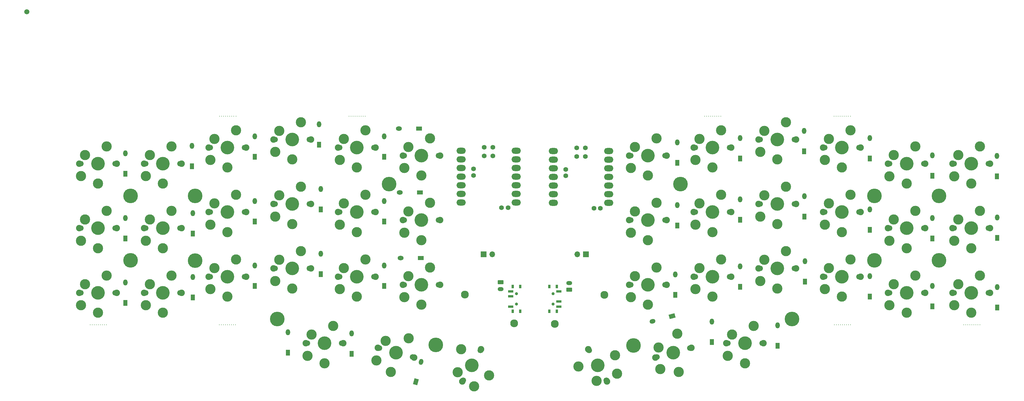
<source format=gts>
G04 #@! TF.GenerationSoftware,KiCad,Pcbnew,(7.0.0-0)*
G04 #@! TF.CreationDate,2023-03-11T20:23:52-05:00*
G04 #@! TF.ProjectId,corne-ultralight,636f726e-652d-4756-9c74-72616c696768,2.0*
G04 #@! TF.SameCoordinates,Original*
G04 #@! TF.FileFunction,Soldermask,Top*
G04 #@! TF.FilePolarity,Negative*
%FSLAX46Y46*%
G04 Gerber Fmt 4.6, Leading zero omitted, Abs format (unit mm)*
G04 Created by KiCad (PCBNEW (7.0.0-0)) date 2023-03-11 20:23:52*
%MOMM*%
%LPD*%
G01*
G04 APERTURE LIST*
G04 Aperture macros list*
%AMRoundRect*
0 Rectangle with rounded corners*
0 $1 Rounding radius*
0 $2 $3 $4 $5 $6 $7 $8 $9 X,Y pos of 4 corners*
0 Add a 4 corners polygon primitive as box body*
4,1,4,$2,$3,$4,$5,$6,$7,$8,$9,$2,$3,0*
0 Add four circle primitives for the rounded corners*
1,1,$1+$1,$2,$3*
1,1,$1+$1,$4,$5*
1,1,$1+$1,$6,$7*
1,1,$1+$1,$8,$9*
0 Add four rect primitives between the rounded corners*
20,1,$1+$1,$2,$3,$4,$5,0*
20,1,$1+$1,$4,$5,$6,$7,0*
20,1,$1+$1,$6,$7,$8,$9,0*
20,1,$1+$1,$8,$9,$2,$3,0*%
%AMHorizOval*
0 Thick line with rounded ends*
0 $1 width*
0 $2 $3 position (X,Y) of the first rounded end (center of the circle)*
0 $4 $5 position (X,Y) of the second rounded end (center of the circle)*
0 Add line between two ends*
20,1,$1,$2,$3,$4,$5,0*
0 Add two circle primitives to create the rounded ends*
1,1,$1,$2,$3*
1,1,$1,$4,$5*%
%AMRotRect*
0 Rectangle, with rotation*
0 The origin of the aperture is its center*
0 $1 length*
0 $2 width*
0 $3 Rotation angle, in degrees counterclockwise*
0 Add horizontal line*
21,1,$1,$2,0,0,$3*%
G04 Aperture macros list end*
%ADD10C,1.900000*%
%ADD11C,1.700000*%
%ADD12C,3.000000*%
%ADD13C,4.000000*%
%ADD14C,0.100000*%
%ADD15C,2.300000*%
%ADD16C,0.300000*%
%ADD17R,0.800000X1.000000*%
%ADD18C,0.900000*%
%ADD19R,1.500000X0.700000*%
%ADD20O,2.750000X1.800000*%
%ADD21C,1.397000*%
%ADD22C,1.500000*%
%ADD23RoundRect,0.250000X0.625000X-0.350000X0.625000X0.350000X-0.625000X0.350000X-0.625000X-0.350000X0*%
%ADD24O,1.750000X1.200000*%
%ADD25R,1.700000X1.700000*%
%ADD26O,1.700000X1.700000*%
%ADD27RoundRect,0.250000X-0.625000X0.350000X-0.625000X-0.350000X0.625000X-0.350000X0.625000X0.350000X0*%
%ADD28R,1.300000X1.778000*%
%ADD29O,1.300000X1.778000*%
%ADD30RotRect,1.778000X1.300000X195.000000*%
%ADD31HorizOval,1.300000X-0.230856X-0.061858X0.230856X0.061858X0*%
%ADD32RotRect,1.778000X1.300000X75.000000*%
%ADD33HorizOval,1.300000X0.061858X0.230856X-0.061858X-0.230856X0*%
%ADD34R,1.778000X1.300000*%
%ADD35O,1.778000X1.300000*%
%ADD36C,4.300000*%
G04 APERTURE END LIST*
D10*
X273184847Y-45920432D03*
D11*
X273604847Y-45920432D03*
D12*
X273684847Y-49620432D03*
X274874847Y-43380432D03*
D13*
X278684847Y-45920432D03*
D12*
X278684847Y-51820432D03*
X281224847Y-40840432D03*
D11*
X283764847Y-45920432D03*
D10*
X284184847Y-45920432D03*
X254184847Y-45920432D03*
D11*
X254604847Y-45920432D03*
D12*
X254684847Y-49620432D03*
X255874847Y-43380432D03*
D13*
X259684847Y-45920432D03*
D12*
X259684847Y-51820432D03*
X262224847Y-40840432D03*
D11*
X264764847Y-45920432D03*
D10*
X265184847Y-45920432D03*
X235184847Y-41170432D03*
D11*
X235604847Y-41170432D03*
D12*
X235684847Y-44870432D03*
X236874847Y-38630432D03*
D13*
X240684847Y-41170432D03*
D12*
X240684847Y-47070432D03*
X243224847Y-36090432D03*
D11*
X245764847Y-41170432D03*
D10*
X246184847Y-41170432D03*
X216184847Y-38795432D03*
D11*
X216604847Y-38795432D03*
D12*
X216684847Y-42495432D03*
X217874847Y-36255432D03*
D13*
X221684847Y-38795432D03*
D12*
X221684847Y-44695432D03*
X224224847Y-33715432D03*
D11*
X226764847Y-38795432D03*
D10*
X227184847Y-38795432D03*
X197184847Y-41170432D03*
D11*
X197604847Y-41170432D03*
D12*
X197684847Y-44870432D03*
X198874847Y-38630432D03*
D13*
X202684847Y-41170432D03*
D12*
X202684847Y-47070432D03*
X205224847Y-36090432D03*
D11*
X207764847Y-41170432D03*
D10*
X208184847Y-41170432D03*
X178184847Y-43545432D03*
D11*
X178604847Y-43545432D03*
D12*
X178684847Y-47245432D03*
X179874847Y-41005432D03*
D13*
X183684847Y-43545432D03*
D12*
X183684847Y-49445432D03*
X186224847Y-38465432D03*
D11*
X188764847Y-43545432D03*
D10*
X189184847Y-43545432D03*
X273184847Y-64920432D03*
D11*
X273604847Y-64920432D03*
D12*
X273684847Y-68620432D03*
X274874847Y-62380432D03*
D13*
X278684847Y-64920432D03*
D12*
X278684847Y-70820432D03*
X281224847Y-59840432D03*
D11*
X283764847Y-64920432D03*
D10*
X284184847Y-64920432D03*
X254184847Y-64920432D03*
D11*
X254604847Y-64920432D03*
D12*
X254684847Y-68620432D03*
X255874847Y-62380432D03*
D13*
X259684847Y-64920432D03*
D12*
X259684847Y-70820432D03*
X262224847Y-59840432D03*
D11*
X264764847Y-64920432D03*
D10*
X265184847Y-64920432D03*
X235184847Y-60170432D03*
D11*
X235604847Y-60170432D03*
D12*
X235684847Y-63870432D03*
X236874847Y-57630432D03*
D13*
X240684847Y-60170432D03*
D12*
X240684847Y-66070432D03*
X243224847Y-55090432D03*
D11*
X245764847Y-60170432D03*
D10*
X246184847Y-60170432D03*
X216184847Y-57795432D03*
D11*
X216604847Y-57795432D03*
D12*
X216684847Y-61495432D03*
X217874847Y-55255432D03*
D13*
X221684847Y-57795432D03*
D12*
X221684847Y-63695432D03*
X224224847Y-52715432D03*
D11*
X226764847Y-57795432D03*
D10*
X227184847Y-57795432D03*
X197184847Y-60170432D03*
D11*
X197604847Y-60170432D03*
D12*
X197684847Y-63870432D03*
X198874847Y-57630432D03*
D13*
X202684847Y-60170432D03*
D12*
X202684847Y-66070432D03*
X205224847Y-55090432D03*
D11*
X207764847Y-60170432D03*
D10*
X208184847Y-60170432D03*
X178184847Y-62545432D03*
D11*
X178604847Y-62545432D03*
D12*
X178684847Y-66245432D03*
X179874847Y-60005432D03*
D13*
X183684847Y-62545432D03*
D12*
X183684847Y-68445432D03*
X186224847Y-57465432D03*
D11*
X188764847Y-62545432D03*
D10*
X189184847Y-62545432D03*
X273184847Y-83920432D03*
D11*
X273604847Y-83920432D03*
D12*
X273684847Y-87620432D03*
X274874847Y-81380432D03*
D13*
X278684847Y-83920432D03*
D12*
X278684847Y-89820432D03*
X281224847Y-78840432D03*
D11*
X283764847Y-83920432D03*
D10*
X284184847Y-83920432D03*
X254184847Y-83920432D03*
D11*
X254604847Y-83920432D03*
D12*
X254684847Y-87620432D03*
X255874847Y-81380432D03*
D13*
X259684847Y-83920432D03*
D12*
X259684847Y-89820432D03*
X262224847Y-78840432D03*
D11*
X264764847Y-83920432D03*
D10*
X265184847Y-83920432D03*
X235184847Y-79170432D03*
D11*
X235604847Y-79170432D03*
D12*
X235684847Y-82870432D03*
X236874847Y-76630432D03*
D13*
X240684847Y-79170432D03*
D12*
X240684847Y-85070432D03*
X243224847Y-74090432D03*
D11*
X245764847Y-79170432D03*
D10*
X246184847Y-79170432D03*
X216184847Y-76795432D03*
D11*
X216604847Y-76795432D03*
D12*
X216684847Y-80495432D03*
X217874847Y-74255432D03*
D13*
X221684847Y-76795432D03*
D12*
X221684847Y-82695432D03*
X224224847Y-71715432D03*
D11*
X226764847Y-76795432D03*
D10*
X227184847Y-76795432D03*
X197184847Y-79170432D03*
D11*
X197604847Y-79170432D03*
D12*
X197684847Y-82870432D03*
X198874847Y-76630432D03*
D13*
X202684847Y-79170432D03*
D12*
X202684847Y-85070432D03*
X205224847Y-74090432D03*
D11*
X207764847Y-79170432D03*
D10*
X208184847Y-79170432D03*
X206684847Y-98795432D03*
D11*
X207104847Y-98795432D03*
D12*
X207184847Y-102495432D03*
X208374847Y-96255432D03*
D13*
X212184847Y-98795432D03*
D12*
X212184847Y-104695432D03*
X214724847Y-93715432D03*
D11*
X217264847Y-98795432D03*
D10*
X217684847Y-98795432D03*
X185872255Y-102968937D03*
D11*
X186277944Y-102860233D03*
D12*
X187312848Y-106413453D03*
X186847269Y-100078081D03*
D13*
X191184847Y-101545432D03*
D12*
X192711879Y-107244394D03*
X192323498Y-95981128D03*
D11*
X196091750Y-100230631D03*
D10*
X196497439Y-100121927D03*
X178184847Y-81545432D03*
D11*
X178604847Y-81545432D03*
D12*
X178684847Y-85245432D03*
X179874847Y-79005432D03*
D13*
X183684847Y-81545432D03*
D12*
X183684847Y-87445432D03*
X186224847Y-76465432D03*
D11*
X188764847Y-81545432D03*
D10*
X189184847Y-81545432D03*
X111687500Y-43545000D03*
D11*
X112107500Y-43545000D03*
D12*
X112187500Y-47245000D03*
X113377500Y-41005000D03*
D13*
X117187500Y-43545000D03*
D12*
X117187500Y-49445000D03*
X119727500Y-38465000D03*
D11*
X122267500Y-43545000D03*
D10*
X122687500Y-43545000D03*
X92687500Y-41170000D03*
D11*
X93107500Y-41170000D03*
D12*
X93187500Y-44870000D03*
X94377500Y-38630000D03*
D13*
X98187500Y-41170000D03*
D12*
X98187500Y-47070000D03*
X100727500Y-36090000D03*
D11*
X103267500Y-41170000D03*
D10*
X103687500Y-41170000D03*
X73687500Y-38795000D03*
D11*
X74107500Y-38795000D03*
D12*
X74187500Y-42495000D03*
X75377500Y-36255000D03*
D13*
X79187500Y-38795000D03*
D12*
X79187500Y-44695000D03*
X81727500Y-33715000D03*
D11*
X84267500Y-38795000D03*
D10*
X84687500Y-38795000D03*
X54687500Y-41170000D03*
D11*
X55107500Y-41170000D03*
D12*
X55187500Y-44870000D03*
X56377500Y-38630000D03*
D13*
X60187500Y-41170000D03*
D12*
X60187500Y-47070000D03*
X62727500Y-36090000D03*
D11*
X65267500Y-41170000D03*
D10*
X65687500Y-41170000D03*
X35687500Y-45920000D03*
D11*
X36107500Y-45920000D03*
D12*
X36187500Y-49620000D03*
X37377500Y-43380000D03*
D13*
X41187500Y-45920000D03*
D12*
X41187500Y-51820000D03*
X43727500Y-40840000D03*
D11*
X46267500Y-45920000D03*
D10*
X46687500Y-45920000D03*
X111687500Y-81545000D03*
D11*
X112107500Y-81545000D03*
D12*
X112187500Y-85245000D03*
X113377500Y-79005000D03*
D13*
X117187500Y-81545000D03*
D12*
X117187500Y-87445000D03*
X119727500Y-76465000D03*
D11*
X122267500Y-81545000D03*
D10*
X122687500Y-81545000D03*
D12*
X128808091Y-100555295D03*
D14*
X127790654Y-107317547D03*
D12*
X127832795Y-107324557D03*
D10*
X134687500Y-100531860D03*
D11*
X134477500Y-100895591D03*
D13*
X131937500Y-105295000D03*
D11*
X129397500Y-109694409D03*
D10*
X129187500Y-110058140D03*
D12*
X132641794Y-111475127D03*
X137047050Y-108245000D03*
D10*
X16687500Y-83920000D03*
D11*
X17107500Y-83920000D03*
D12*
X17187500Y-87620000D03*
X18377500Y-81380000D03*
D13*
X22187500Y-83920000D03*
D12*
X22187500Y-89820000D03*
X24727500Y-78840000D03*
D11*
X27267500Y-83920000D03*
D10*
X27687500Y-83920000D03*
X104374908Y-100121495D03*
D11*
X104780597Y-100230199D03*
D12*
X103900240Y-103824830D03*
X106664723Y-98105448D03*
D13*
X109687500Y-101545000D03*
D12*
X108160468Y-107243962D03*
X113455752Y-97295497D03*
D11*
X114594403Y-102859801D03*
D10*
X115000092Y-102968505D03*
X83187500Y-98795000D03*
D11*
X83607500Y-98795000D03*
D12*
X83687500Y-102495000D03*
X84877500Y-96255000D03*
D13*
X88687500Y-98795000D03*
D12*
X88687500Y-104695000D03*
X91227500Y-93715000D03*
D11*
X93767500Y-98795000D03*
D10*
X94187500Y-98795000D03*
X92687500Y-79170000D03*
D11*
X93107500Y-79170000D03*
D12*
X93187500Y-82870000D03*
X94377500Y-76630000D03*
D13*
X98187500Y-79170000D03*
D12*
X98187500Y-85070000D03*
X100727500Y-74090000D03*
D11*
X103267500Y-79170000D03*
D10*
X103687500Y-79170000D03*
X73687500Y-76795000D03*
D11*
X74107500Y-76795000D03*
D12*
X74187500Y-80495000D03*
X75377500Y-74255000D03*
D13*
X79187500Y-76795000D03*
D12*
X79187500Y-82695000D03*
X81727500Y-71715000D03*
D11*
X84267500Y-76795000D03*
D10*
X84687500Y-76795000D03*
X54687500Y-79170000D03*
D11*
X55107500Y-79170000D03*
D12*
X55187500Y-82870000D03*
X56377500Y-76630000D03*
D13*
X60187500Y-79170000D03*
D12*
X60187500Y-85070000D03*
X62727500Y-74090000D03*
D11*
X65267500Y-79170000D03*
D10*
X65687500Y-79170000D03*
X35687500Y-83920000D03*
D11*
X36107500Y-83920000D03*
D12*
X36187500Y-87620000D03*
X37377500Y-81380000D03*
D13*
X41187500Y-83920000D03*
D12*
X41187500Y-89820000D03*
X43727500Y-78840000D03*
D11*
X46267500Y-83920000D03*
D10*
X46687500Y-83920000D03*
X111687500Y-62545000D03*
D11*
X112107500Y-62545000D03*
D12*
X112187500Y-66245000D03*
X113377500Y-60005000D03*
D13*
X117187500Y-62545000D03*
D12*
X117187500Y-68445000D03*
X119727500Y-57465000D03*
D11*
X122267500Y-62545000D03*
D10*
X122687500Y-62545000D03*
X92687500Y-60170000D03*
D11*
X93107500Y-60170000D03*
D12*
X93187500Y-63870000D03*
X94377500Y-57630000D03*
D13*
X98187500Y-60170000D03*
D12*
X98187500Y-66070000D03*
X100727500Y-55090000D03*
D11*
X103267500Y-60170000D03*
D10*
X103687500Y-60170000D03*
X73687500Y-57795000D03*
D11*
X74107500Y-57795000D03*
D12*
X74187500Y-61495000D03*
X75377500Y-55255000D03*
D13*
X79187500Y-57795000D03*
D12*
X79187500Y-63695000D03*
X81727500Y-52715000D03*
D11*
X84267500Y-57795000D03*
D10*
X84687500Y-57795000D03*
X54687500Y-60170000D03*
D11*
X55107500Y-60170000D03*
D12*
X55187500Y-63870000D03*
X56377500Y-57630000D03*
D13*
X60187500Y-60170000D03*
D12*
X60187500Y-66070000D03*
X62727500Y-55090000D03*
D11*
X65267500Y-60170000D03*
D10*
X65687500Y-60170000D03*
X35687500Y-64920000D03*
D11*
X36107500Y-64920000D03*
D12*
X36187500Y-68620000D03*
X37377500Y-62380000D03*
D13*
X41187500Y-64920000D03*
D12*
X41187500Y-70820000D03*
X43727500Y-59840000D03*
D11*
X46267500Y-64920000D03*
D10*
X46687500Y-64920000D03*
X16687500Y-64920000D03*
D11*
X17107500Y-64920000D03*
D12*
X17187500Y-68620000D03*
X18377500Y-62380000D03*
D13*
X22187500Y-64920000D03*
D12*
X22187500Y-70820000D03*
X24727500Y-59840000D03*
D11*
X27267500Y-64920000D03*
D10*
X27687500Y-64920000D03*
X16687500Y-45920000D03*
D11*
X17107500Y-45920000D03*
D12*
X17187500Y-49620000D03*
X18377500Y-43380000D03*
D13*
X22187500Y-45920000D03*
D12*
X22187500Y-51820000D03*
X24727500Y-40840000D03*
D11*
X27267500Y-45920000D03*
D10*
X27687500Y-45920000D03*
D15*
X156330847Y-93085432D03*
X170889847Y-84542432D03*
D12*
X163265438Y-105635727D03*
D14*
X168613001Y-109897979D03*
D12*
X168640142Y-109864989D03*
D10*
X166184847Y-100532292D03*
D11*
X166394847Y-100896023D03*
D13*
X168934847Y-105295432D03*
D11*
X171474847Y-109694841D03*
D10*
X171684847Y-110058572D03*
D12*
X174639141Y-107775559D03*
X174044397Y-102345432D03*
D16*
X19821250Y-93380000D03*
X20415000Y-93380000D03*
X21008750Y-93380000D03*
X21602500Y-93380000D03*
X22196250Y-93380000D03*
X22790000Y-93380000D03*
X23383750Y-93380000D03*
X23977500Y-93380000D03*
X24571250Y-93380000D03*
X57809500Y-93380000D03*
X58403250Y-93380000D03*
X58997000Y-93380000D03*
X59590750Y-93380000D03*
X60184500Y-93380000D03*
X60778250Y-93380000D03*
X61372000Y-93380000D03*
X61965750Y-93380000D03*
X62559500Y-93380000D03*
X57912500Y-31970000D03*
X58506250Y-31970000D03*
X59100000Y-31970000D03*
X59693750Y-31970000D03*
X60287500Y-31970000D03*
X60881250Y-31970000D03*
X61475000Y-31970000D03*
X62068750Y-31970000D03*
X62662500Y-31970000D03*
X95882500Y-31970000D03*
X96476250Y-31970000D03*
X97070000Y-31970000D03*
X97663750Y-31970000D03*
X98257500Y-31970000D03*
X98851250Y-31970000D03*
X99445000Y-31970000D03*
X100038750Y-31970000D03*
X100632500Y-31970000D03*
X200402500Y-31980000D03*
X200996250Y-31980000D03*
X201590000Y-31980000D03*
X202183750Y-31980000D03*
X202777500Y-31980000D03*
X203371250Y-31980000D03*
X203965000Y-31980000D03*
X204558750Y-31980000D03*
X205152500Y-31980000D03*
X238422500Y-31970000D03*
X239016250Y-31970000D03*
X239610000Y-31970000D03*
X240203750Y-31970000D03*
X240797500Y-31970000D03*
X241391250Y-31970000D03*
X241985000Y-31970000D03*
X242578750Y-31970000D03*
X243172500Y-31970000D03*
X276452500Y-93390000D03*
X277046250Y-93390000D03*
X277640000Y-93390000D03*
X278233750Y-93390000D03*
X278827500Y-93390000D03*
X279421250Y-93390000D03*
X280015000Y-93390000D03*
X280608750Y-93390000D03*
X281202500Y-93390000D03*
X238452500Y-93390000D03*
X239046250Y-93390000D03*
X239640000Y-93390000D03*
X240233750Y-93390000D03*
X240827500Y-93390000D03*
X241421250Y-93390000D03*
X242015000Y-93390000D03*
X242608750Y-93390000D03*
X243202500Y-93390000D03*
D17*
X156912499Y-82094999D03*
X154702499Y-82094999D03*
D18*
X155802500Y-84245000D03*
X155802500Y-87245000D03*
D17*
X156912499Y-89394999D03*
X154702499Y-89394999D03*
D19*
X157562499Y-83494999D03*
X157562499Y-86494999D03*
X157562499Y-87994999D03*
D20*
X128798899Y-42085399D03*
X128798899Y-44625399D03*
X128798899Y-47165399D03*
X128798899Y-49705399D03*
X128798899Y-52245399D03*
X128798899Y-54785399D03*
X128798899Y-57325399D03*
X144988899Y-57325399D03*
X144988899Y-54785399D03*
X144988899Y-52245399D03*
X144988899Y-49705399D03*
X144988899Y-47165399D03*
X144988899Y-44625399D03*
X144988899Y-42085399D03*
D21*
X135623900Y-41133400D03*
X138163900Y-41133400D03*
X135623900Y-43673400D03*
X138163900Y-43673400D03*
X132448900Y-49388400D03*
X132448900Y-47483400D03*
X140703900Y-58913400D03*
X142608900Y-58913400D03*
D22*
X1275000Y-1275000D03*
D20*
X155951499Y-42212399D03*
X155951499Y-44752399D03*
X155951499Y-47292399D03*
X155951499Y-49832399D03*
X155951499Y-52372399D03*
X155951499Y-54912399D03*
X155951499Y-57452399D03*
X172141499Y-57452399D03*
X172141499Y-54912399D03*
X172141499Y-52372399D03*
X172141499Y-49832399D03*
X172141499Y-47292399D03*
X172141499Y-44752399D03*
X172141499Y-42212399D03*
D21*
X162776500Y-41260400D03*
X165316500Y-41260400D03*
X162776500Y-43800400D03*
X165316500Y-43800400D03*
X159601500Y-49515400D03*
X159601500Y-47610400D03*
X167856500Y-59040400D03*
X169761500Y-59040400D03*
D23*
X160537500Y-83045000D03*
D24*
X160537499Y-81044999D03*
D25*
X165512499Y-72594999D03*
D26*
X162972499Y-72594999D03*
D25*
X135472499Y-72594999D03*
D26*
X138012499Y-72594999D03*
D17*
X144007499Y-89394999D03*
X146217499Y-89394999D03*
D18*
X145117500Y-87245000D03*
X145117500Y-84245000D03*
D17*
X144007499Y-82094999D03*
X146217499Y-82094999D03*
D19*
X143357499Y-87994999D03*
X143357499Y-84994999D03*
X143357499Y-83494999D03*
D27*
X140387500Y-80845000D03*
D24*
X140387499Y-82844999D03*
D28*
X286347499Y-88239999D03*
D29*
X286347499Y-82239999D03*
D28*
X248882499Y-85064999D03*
D29*
X248882499Y-79064999D03*
D28*
X229832499Y-80619999D03*
D29*
X229832499Y-74619999D03*
D28*
X210782499Y-82170431D03*
D29*
X210782499Y-76170431D03*
D28*
X191732499Y-84545431D03*
D29*
X191732499Y-78545431D03*
D28*
X221831499Y-99542999D03*
D29*
X221831499Y-93542999D03*
D28*
X202527499Y-98399999D03*
D29*
X202527499Y-92399999D03*
D30*
X190820276Y-90813542D03*
D31*
X185024722Y-92366456D03*
D28*
X286184846Y-49620431D03*
D29*
X286184846Y-43620431D03*
D28*
X267297499Y-49504999D03*
D29*
X267297499Y-43504999D03*
D28*
X248882499Y-44424999D03*
D29*
X248882499Y-38424999D03*
D28*
X229582499Y-42269999D03*
D29*
X229582499Y-36269999D03*
D28*
X210782499Y-44424999D03*
D29*
X210782499Y-38424999D03*
D28*
X192367499Y-45694999D03*
D29*
X192367499Y-39694999D03*
D28*
X286347499Y-67789999D03*
D29*
X286347499Y-61789999D03*
D28*
X267297499Y-67909999D03*
D29*
X267297499Y-61909999D03*
D28*
X248882499Y-65379999D03*
D29*
X248882499Y-59379999D03*
D28*
X229697499Y-61495431D03*
D29*
X229697499Y-55495431D03*
D28*
X210782499Y-62440431D03*
D29*
X210782499Y-56440431D03*
D28*
X50000499Y-85318999D03*
D29*
X50000499Y-79318999D03*
D28*
X50000499Y-66522999D03*
D29*
X50000499Y-60522999D03*
D28*
X49746499Y-46710999D03*
D29*
X49746499Y-40710999D03*
D28*
X192367499Y-64109999D03*
D29*
X192367499Y-58109999D03*
D32*
X115518042Y-110108776D03*
D33*
X117070956Y-104313222D03*
D28*
X96687499Y-101904999D03*
D29*
X96687499Y-95904999D03*
D28*
X77940499Y-101574999D03*
D29*
X77940499Y-95574999D03*
D34*
X117008499Y-73682999D03*
D35*
X111008499Y-73682999D03*
D28*
X106187499Y-81919999D03*
D29*
X106187499Y-75919999D03*
D28*
X87592499Y-78460999D03*
D29*
X87592499Y-72460999D03*
D28*
X68187499Y-81919999D03*
D29*
X68187499Y-75919999D03*
D28*
X30187499Y-86916874D03*
D29*
X30187499Y-80916874D03*
D34*
X116754499Y-54378999D03*
D35*
X110754499Y-54378999D03*
D28*
X106187499Y-62919999D03*
D29*
X106187499Y-56919999D03*
D28*
X87592499Y-59410999D03*
D29*
X87592499Y-53410999D03*
D28*
X68187499Y-62919999D03*
D29*
X68187499Y-56919999D03*
D28*
X30187499Y-67916874D03*
D29*
X30187499Y-61916874D03*
D34*
X116500499Y-35582999D03*
D35*
X110500499Y-35582999D03*
D28*
X106187499Y-43919999D03*
D29*
X106187499Y-37919999D03*
D28*
X87084499Y-40360999D03*
D29*
X87084499Y-34360999D03*
D28*
X68187499Y-43919999D03*
D29*
X68187499Y-37919999D03*
D28*
X30187499Y-48916874D03*
D29*
X30187499Y-42916874D03*
D28*
X267297499Y-87909999D03*
D29*
X267297499Y-81909999D03*
D36*
X31695500Y-74420500D03*
X107650500Y-51930500D03*
X31695500Y-55420500D03*
X74839500Y-91685500D03*
X121405500Y-99300000D03*
D15*
X129944500Y-84419000D03*
X144376500Y-92940000D03*
D36*
X193235847Y-51936932D03*
X179485847Y-99446932D03*
X226055847Y-91696932D03*
X269195847Y-55426932D03*
X269195847Y-74426932D03*
X50712500Y-74445000D03*
X50712500Y-55445000D03*
X250212500Y-74426932D03*
X250212500Y-55426932D03*
M02*

</source>
